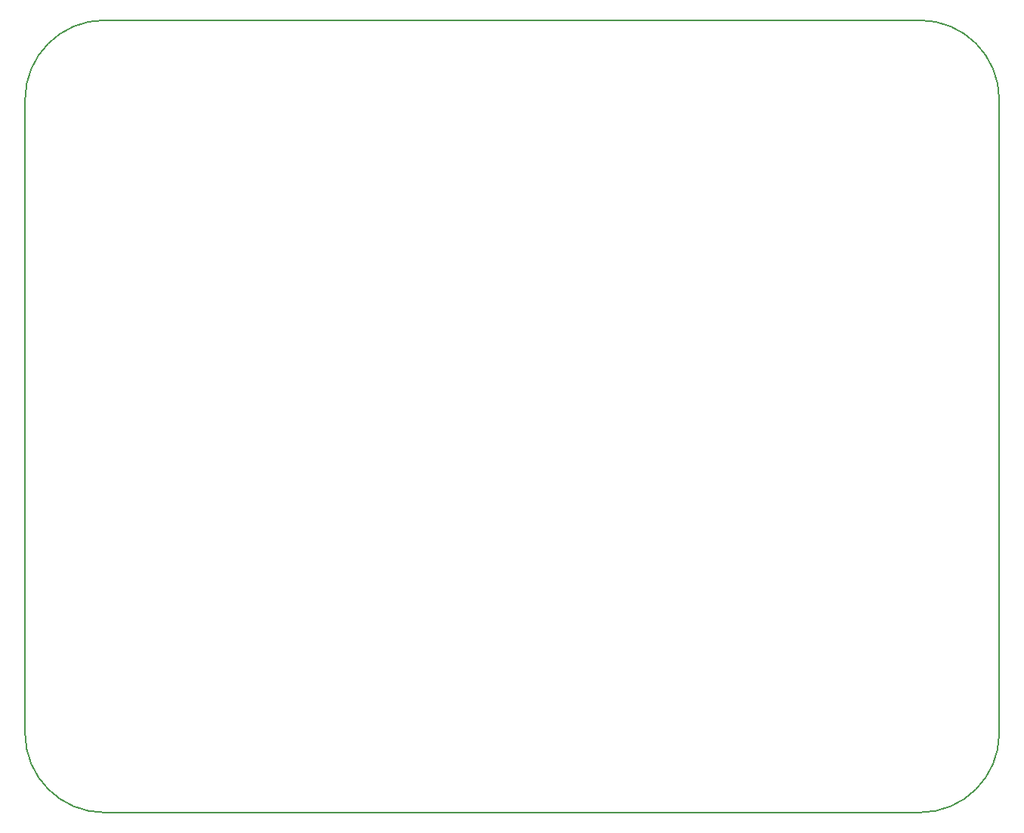
<source format=gm1>
G04 #@! TF.GenerationSoftware,KiCad,Pcbnew,5.0.0-fee4fd1~65~ubuntu17.10.1*
G04 #@! TF.CreationDate,2019-03-27T18:24:38-05:00*
G04 #@! TF.ProjectId,control_v1,636F6E74726F6C5F76312E6B69636164,1*
G04 #@! TF.SameCoordinates,Original*
G04 #@! TF.FileFunction,Profile,NP*
%FSLAX46Y46*%
G04 Gerber Fmt 4.6, Leading zero omitted, Abs format (unit mm)*
G04 Created by KiCad (PCBNEW 5.0.0-fee4fd1~65~ubuntu17.10.1) date Wed Mar 27 18:24:38 2019*
%MOMM*%
%LPD*%
G01*
G04 APERTURE LIST*
%ADD10C,0.150000*%
G04 APERTURE END LIST*
D10*
X114300000Y-146050000D02*
G75*
G02X105410000Y-137160000I0J8890000D01*
G01*
X105410000Y-66040000D02*
G75*
G02X114300000Y-57150000I8890000J0D01*
G01*
X205740000Y-57150000D02*
G75*
G02X214630000Y-66040000I0J-8890000D01*
G01*
X214630000Y-137160000D02*
G75*
G02X205740000Y-146050000I-8890000J0D01*
G01*
X114300000Y-146050000D02*
X205740000Y-146050000D01*
X105410000Y-66040000D02*
X105410000Y-137160000D01*
X205740000Y-57150000D02*
X114300000Y-57150000D01*
X214630000Y-137160000D02*
X214630000Y-66040000D01*
M02*

</source>
